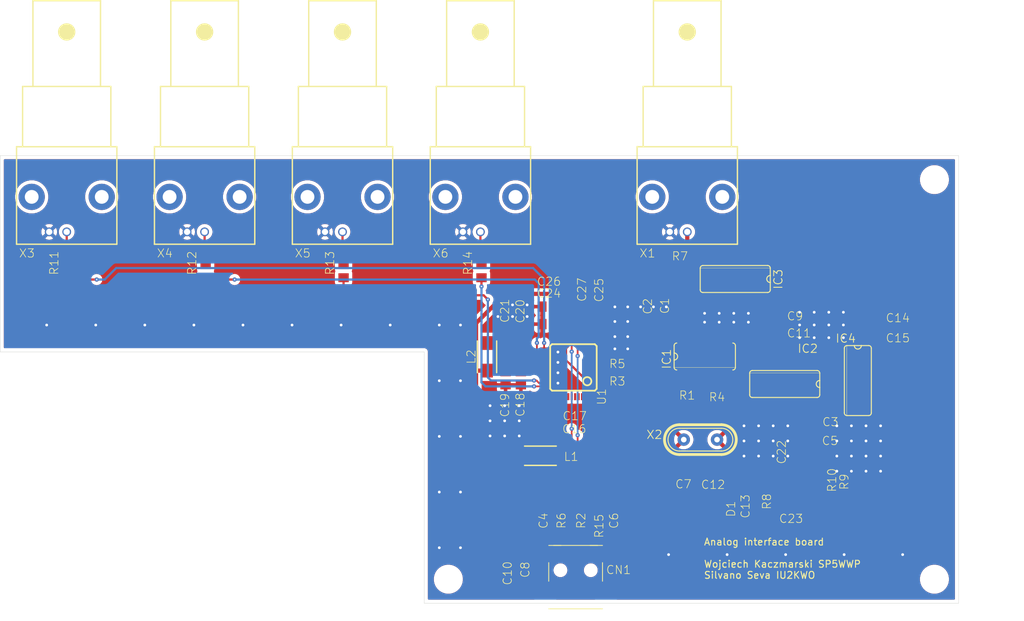
<source format=kicad_pcb>
(kicad_pcb (version 20171130) (host pcbnew 5.1.10)
  (layers (0 Top signal) (31 Bottom signal) (34 B.Paste user) (35 F.Paste user) (36 B.SilkS user) (37 F.SilkS user) (38 B.Mask user) (39 F.Mask user) (44 Edge.Cuts user))
  (net 0 "")
  (net 1 GND)
  (net 2 N$1)
  (net 3 +5V)
  (net 4 USB_DP)
  (net 5 USB_DM)
  (net 6 12M)
  (net 7 INP_A)
  (net 8 INP_B)
  (net 9 N$3)
  (net 10 N$4)
  (net 11 N$5)
  (net 12 N$6)
  (net 13 OUT_A)
  (net 14 OUT_B)
  (net 15 N$11)
  (net 16 N$13)
  (net 17 N$10)
  (net 18 N$8)
  (net 19 N$14)
  (net 20 N$17)
  (net 21 N$18)
  (net 22 V_TUNE)
  (net 23 N$19)
  (net 24 N$20)
  (net 25 N$21)
  (net 26 N$23)
  (net 27 N$26)
  (net 28 N$27)
  (net 29 N$7)
  (net 30 N$22)
  (net 31 DP)
  (net 32 N$2)
  (net 33 N$9)
  (module MountingHole:MountingHole_3.2mm_M3_ISO7380 (layer Top) (at 144 134)
    (fp_text reference " " (at 0 -3.85) (layer F.SilkS))
    (fp_text value MountingHole_3.2mm_M3_ISO7380)
    (pad 1 np_thru_hole circle (at 0 0) (size 3.2 3.2) (drill 3.2) (layers *.Cu *.Mask))
  )
  (module MountingHole:MountingHole_3.2mm_M3_ISO7380 (layer Top) (at 214.5 134)
    (fp_text reference " " (at 0 -3.85) (layer F.SilkS))
    (fp_text value MountingHole_3.2mm_M3_ISO7380)
    (pad 1 np_thru_hole circle (at 0 0) (size 3.2 3.2) (drill 3.2) (layers *.Cu *.Mask))
  )
  (module MountingHole:MountingHole_3.2mm_M3_ISO7380 (layer Top) (at 214.5 76)
    (fp_text reference " " (at -6 0.5) (layer F.SilkS))
    (fp_text value MountingHole_3.2mm_M3_ISO7380)
    (pad 1 np_thru_hole circle (at 0 0) (size 3.2 3.2) (drill 3.2) (layers *.Cu *.Mask))
  )
  (module SO16 (layer Top) (at 192.786 105.664 180)
    (fp_text reference IC2 (at -4.8895 5.842) (layer F.SilkS) (effects (font (size 1.2065 1.2065) (thickness 0.127)) (justify right top)))
    (fp_text value 74HCT4017D)
    (pad 9 smd rect (at 4.445 -3.0734 180) (size 0.6604 2.032) (layers Top F.Paste F.Mask))
    (pad 8 smd rect (at 4.445 3.0734 180) (size 0.6604 2.032) (layers Top F.Paste F.Mask) (net 1 GND))
    (pad 10 smd rect (at 3.175 -3.0734 180) (size 0.6604 2.032) (layers Top F.Paste F.Mask))
    (pad 11 smd rect (at 1.905 -3.0734 180) (size 0.6604 2.032) (layers Top F.Paste F.Mask))
    (pad 7 smd rect (at 3.175 3.0734 180) (size 0.6604 2.032) (layers Top F.Paste F.Mask))
    (pad 6 smd rect (at 1.905 3.0734 180) (size 0.6604 2.032) (layers Top F.Paste F.Mask))
    (pad 12 smd rect (at 0.635 -3.0734 180) (size 0.6604 2.032) (layers Top F.Paste F.Mask))
    (pad 5 smd rect (at 0.635 3.0734 180) (size 0.6604 2.032) (layers Top F.Paste F.Mask) (net 17 N$10))
    (pad 13 smd rect (at -0.635 -3.0734 180) (size 0.6604 2.032) (layers Top F.Paste F.Mask) (net 1 GND))
    (pad 4 smd rect (at -0.635 3.0734 180) (size 0.6604 2.032) (layers Top F.Paste F.Mask))
    (pad 14 smd rect (at -1.905 -3.0734 180) (size 0.6604 2.032) (layers Top F.Paste F.Mask) (net 23 N$19))
    (pad 15 smd rect (at -3.175 -3.0734 180) (size 0.6604 2.032) (layers Top F.Paste F.Mask) (net 17 N$10))
    (pad 3 smd rect (at -1.905 3.0734 180) (size 0.6604 2.032) (layers Top F.Paste F.Mask))
    (pad 2 smd rect (at -3.175 3.0734 180) (size 0.6604 2.032) (layers Top F.Paste F.Mask))
    (pad 16 smd rect (at -4.445 -3.0734 180) (size 0.6604 2.032) (layers Top F.Paste F.Mask) (net 3 +5V))
    (pad 1 smd rect (at -4.445 3.0734 180) (size 0.6604 2.032) (layers Top F.Paste F.Mask))
  )
  (module C0805 (layer Top) (at 205.5139 98.6411 180)
    (fp_text reference C15 (at -5.4966 0.3431 180) (layer F.SilkS) (effects (font (size 1.2065 1.2065) (thickness 0.1016)) (justify right top)))
    (fp_text value 100n)
    (pad 2 smd rect (at 0.95 0 180) (size 1.3 1.5) (layers Top F.Paste F.Mask) (net 1 GND))
    (pad 1 smd rect (at -0.95 0 180) (size 1.3 1.5) (layers Top F.Paste F.Mask) (net 3 +5V))
  )
  (module C0805 (layer Top) (at 205.5139 95.7836 180)
    (fp_text reference C14 (at -5.4966 0.4066 180) (layer F.SilkS) (effects (font (size 1.2065 1.2065) (thickness 0.1016)) (justify right top)))
    (fp_text value 1u/10V)
    (pad 2 smd rect (at 0.95 0 180) (size 1.3 1.5) (layers Top F.Paste F.Mask) (net 1 GND))
    (pad 1 smd rect (at -0.95 0 180) (size 1.3 1.5) (layers Top F.Paste F.Mask) (net 3 +5V))
  )
  (module C0805 (layer Top) (at 175.26 97.6502 90)
    (fp_text reference C1 (at 2.0827 -0.5715 270) (layer F.SilkS) (effects (font (size 1.2065 1.2065) (thickness 0.1016)) (justify left top)))
    (fp_text value 1u/10V)
    (pad 2 smd rect (at 0.95 0 90) (size 1.3 1.5) (layers Top F.Paste F.Mask) (net 1 GND))
    (pad 1 smd rect (at -0.95 0 90) (size 1.3 1.5) (layers Top F.Paste F.Mask) (net 3 +5V))
  )
  (module C1206 (layer Top) (at 152.7175 128.7145 270)
    (fp_text reference C10 (at 2.6035 -0.5715 90) (layer F.SilkS) (effects (font (size 1.2065 1.2065) (thickness 0.1016)) (justify right bottom)))
    (fp_text value 10u/10V)
    (pad 2 smd rect (at 1.4 0 270) (size 1.6 1.8) (layers Top F.Paste F.Mask) (net 1 GND))
    (pad 1 smd rect (at -1.4 0 270) (size 1.6 1.8) (layers Top F.Paste F.Mask) (net 3 +5V))
  )
  (module C0805 (layer Top) (at 191.0055 98.4351)
    (fp_text reference C11 (at 2.0345 0.5614) (layer F.SilkS) (effects (font (size 1.2065 1.2065) (thickness 0.1016)) (justify left bottom)))
    (fp_text value 100n)
    (pad 2 smd rect (at 0.95 0) (size 1.3 1.5) (layers Top F.Paste F.Mask) (net 1 GND))
    (pad 1 smd rect (at -0.95 0) (size 1.3 1.5) (layers Top F.Paste F.Mask) (net 3 +5V))
  )
  (module C0805 (layer Top) (at 183.0961 118.1836 180)
    (fp_text reference C12 (at -1.1174 -1.3869 180) (layer F.SilkS) (effects (font (size 1.2065 1.2065) (thickness 0.1016)) (justify right top)))
    (fp_text value 12p)
    (pad 2 smd rect (at 0.95 0 180) (size 1.3 1.5) (layers Top F.Paste F.Mask) (net 1 GND))
    (pad 1 smd rect (at -0.95 0 180) (size 1.3 1.5) (layers Top F.Paste F.Mask) (net 19 N$14))
  )
  (module C0805 (layer Top) (at 186.9061 119.4536 270)
    (fp_text reference C13 (at 2.1489 0.5336 270) (layer F.SilkS) (effects (font (size 1.2065 1.2065) (thickness 0.1016)) (justify right top)))
    (fp_text value 12p)
    (pad 2 smd rect (at 0.95 0 270) (size 1.3 1.5) (layers Top F.Paste F.Mask) (net 21 N$18))
    (pad 1 smd rect (at -0.95 0 270) (size 1.3 1.5) (layers Top F.Paste F.Mask) (net 19 N$14))
  )
  (module C0805 (layer Top) (at 158.4411 112.3315 180)
    (fp_text reference C16 (at -5.6429 -0.5715) (layer F.SilkS) (effects (font (size 1.2065 1.2065) (thickness 0.1016)) (justify right bottom)))
    (fp_text value 100n)
    (pad 2 smd rect (at 0.95 0 180) (size 1.3 1.5) (layers Top F.Paste F.Mask) (net 1 GND))
    (pad 1 smd rect (at -0.95 0 180) (size 1.3 1.5) (layers Top F.Paste F.Mask) (net 29 N$7))
  )
  (module C0805 (layer Top) (at 158.4411 110.0455 180)
    (fp_text reference C17 (at -5.7064 0.4445 180) (layer F.SilkS) (effects (font (size 1.2065 1.2065) (thickness 0.1016)) (justify right top)))
    (fp_text value 10u/10V)
    (pad 2 smd rect (at 0.95 0 180) (size 1.3 1.5) (layers Top F.Paste F.Mask) (net 1 GND))
    (pad 1 smd rect (at -0.95 0 180) (size 1.3 1.5) (layers Top F.Paste F.Mask) (net 29 N$7))
  )
  (module C0805 (layer Top) (at 154.5211 104.8486 90)
    (fp_text reference C18 (at -5.6414 0.6094 90) (layer F.SilkS) (effects (font (size 1.2065 1.2065) (thickness 0.1016)) (justify left bottom)))
    (fp_text value 100n)
    (pad 2 smd rect (at 0.95 0 90) (size 1.3 1.5) (layers Top F.Paste F.Mask) (net 15 N$11))
    (pad 1 smd rect (at -0.95 0 90) (size 1.3 1.5) (layers Top F.Paste F.Mask) (net 1 GND))
  )
  (module C0805 (layer Top) (at 152.2986 104.8486 90)
    (fp_text reference C19 (at -5.7049 0.6094 90) (layer F.SilkS) (effects (font (size 1.2065 1.2065) (thickness 0.1016)) (justify left bottom)))
    (fp_text value 22u/10V)
    (pad 2 smd rect (at 0.95 0 90) (size 1.3 1.5) (layers Top F.Paste F.Mask) (net 16 N$13))
    (pad 1 smd rect (at -0.95 0 90) (size 1.3 1.5) (layers Top F.Paste F.Mask) (net 1 GND))
  )
  (module C0805 (layer Top) (at 172.847 97.6502 90)
    (fp_text reference C2 (at 2.0192 -0.635 270) (layer F.SilkS) (effects (font (size 1.2065 1.2065) (thickness 0.1016)) (justify left top)))
    (fp_text value 100n)
    (pad 2 smd rect (at 0.95 0 90) (size 1.3 1.5) (layers Top F.Paste F.Mask) (net 1 GND))
    (pad 1 smd rect (at -0.95 0 90) (size 1.3 1.5) (layers Top F.Paste F.Mask) (net 3 +5V))
  )
  (module C0805 (layer Top) (at 154.5211 98.7681 270)
    (fp_text reference C20 (at -5.4866 -0.6094 90) (layer F.SilkS) (effects (font (size 1.2065 1.2065) (thickness 0.1016)) (justify right bottom)))
    (fp_text value 10u/10V)
    (pad 2 smd rect (at 0.95 0 270) (size 1.3 1.5) (layers Top F.Paste F.Mask) (net 30 N$22))
    (pad 1 smd rect (at -0.95 0 270) (size 1.3 1.5) (layers Top F.Paste F.Mask) (net 1 GND))
  )
  (module C0805 (layer Top) (at 152.2986 98.7681 270)
    (fp_text reference C21 (at -5.5501 -0.6094 90) (layer F.SilkS) (effects (font (size 1.2065 1.2065) (thickness 0.1016)) (justify right bottom)))
    (fp_text value 100n)
    (pad 2 smd rect (at 0.95 0 270) (size 1.3 1.5) (layers Top F.Paste F.Mask) (net 30 N$22))
    (pad 1 smd rect (at -0.95 0 270) (size 1.3 1.5) (layers Top F.Paste F.Mask) (net 1 GND))
  )
  (module C0805 (layer Top) (at 192.5854 119.4691 270)
    (fp_text reference C22 (at -5.7406 -0.4546 90) (layer F.SilkS) (effects (font (size 1.2065 1.2065) (thickness 0.1016)) (justify right bottom)))
    (fp_text value TBF)
    (pad 2 smd rect (at 0.95 0 270) (size 1.3 1.5) (layers Top F.Paste F.Mask) (net 1 GND))
    (pad 1 smd rect (at -0.95 0 270) (size 1.3 1.5) (layers Top F.Paste F.Mask) (net 22 V_TUNE))
  )
  (module C0805 (layer Top) (at 193.8554 123.2791)
    (fp_text reference C23 (at -1.9584 2.6414) (layer F.SilkS) (effects (font (size 1.2065 1.2065) (thickness 0.1016)) (justify left bottom)))
    (fp_text value TBF)
    (pad 2 smd rect (at 0.95 0) (size 1.3 1.5) (layers Top F.Paste F.Mask) (net 26 N$23))
    (pad 1 smd rect (at -0.95 0) (size 1.3 1.5) (layers Top F.Paste F.Mask) (net 1 GND))
  )
  (module C0805 (layer Top) (at 158.5339 96.9746)
    (fp_text reference C24 (at -1.7524 -3.7566) (layer F.SilkS) (effects (font (size 1.2065 1.2065) (thickness 0.1016)) (justify left bottom)))
    (fp_text value 100n)
    (pad 2 smd rect (at 0.95 0) (size 1.3 1.5) (layers Top F.Paste F.Mask) (net 3 +5V))
    (pad 1 smd rect (at -0.95 0) (size 1.3 1.5) (layers Top F.Paste F.Mask) (net 1 GND))
  )
  (module C0805 (layer Top) (at 165.9356 96.0499 90)
    (fp_text reference C25 (at 2.1969 0.6249 90) (layer F.SilkS) (effects (font (size 1.2065 1.2065) (thickness 0.1016)) (justify left bottom)))
    (fp_text value 100n)
    (pad 2 smd rect (at 0.95 0 90) (size 1.3 1.5) (layers Top F.Paste F.Mask) (net 1 GND))
    (pad 1 smd rect (at -0.95 0 90) (size 1.3 1.5) (layers Top F.Paste F.Mask) (net 28 N$27))
  )
  (module C0805 (layer Top) (at 158.5339 94.4346)
    (fp_text reference C26 (at -1.7524 -2.9311) (layer F.SilkS) (effects (font (size 1.2065 1.2065) (thickness 0.1016)) (justify left bottom)))
    (fp_text value 22u/10V)
    (pad 2 smd rect (at 0.95 0) (size 1.3 1.5) (layers Top F.Paste F.Mask) (net 3 +5V))
    (pad 1 smd rect (at -0.95 0) (size 1.3 1.5) (layers Top F.Paste F.Mask) (net 1 GND))
  )
  (module C0805 (layer Top) (at 163.3956 96.0499 90)
    (fp_text reference C27 (at 2.2604 0.6884 90) (layer F.SilkS) (effects (font (size 1.2065 1.2065) (thickness 0.1016)) (justify left bottom)))
    (fp_text value 22u/10V)
    (pad 2 smd rect (at 0.95 0 90) (size 1.3 1.5) (layers Top F.Paste F.Mask) (net 1 GND))
    (pad 1 smd rect (at -0.95 0 90) (size 1.3 1.5) (layers Top F.Paste F.Mask) (net 28 N$27))
  )
  (module C0805 (layer Top) (at 196.281 111.3054 180)
    (fp_text reference C3 (at -4.379 -0.5816) (layer F.SilkS) (effects (font (size 1.2065 1.2065) (thickness 0.1016)) (justify right bottom)))
    (fp_text value 1u/10V)
    (pad 2 smd rect (at 0.95 0 180) (size 1.3 1.5) (layers Top F.Paste F.Mask) (net 1 GND))
    (pad 1 smd rect (at -0.95 0 180) (size 1.3 1.5) (layers Top F.Paste F.Mask) (net 3 +5V))
  )
  (module C0805 (layer Top) (at 158.0136 122.3111 90)
    (fp_text reference C4 (at -4.4349 0.4824 90) (layer F.SilkS) (effects (font (size 1.2065 1.2065) (thickness 0.1016)) (justify left bottom)))
    (fp_text value 100p)
    (pad 2 smd rect (at 0.95 0 90) (size 1.3 1.5) (layers Top F.Paste F.Mask) (net 1 GND))
    (pad 1 smd rect (at -0.95 0 90) (size 1.3 1.5) (layers Top F.Paste F.Mask) (net 2 N$1))
  )
  (module C0805 (layer Top) (at 196.281 113.8454 180)
    (fp_text reference C5 (at -4.3155 -0.7721) (layer F.SilkS) (effects (font (size 1.2065 1.2065) (thickness 0.1016)) (justify right bottom)))
    (fp_text value 100n)
    (pad 2 smd rect (at 0.95 0 180) (size 1.3 1.5) (layers Top F.Paste F.Mask) (net 1 GND))
    (pad 1 smd rect (at -0.95 0 180) (size 1.3 1.5) (layers Top F.Paste F.Mask) (net 3 +5V))
  )
  (module C0805 (layer Top) (at 168.0845 122.3111 90)
    (fp_text reference C6 (at -4.4349 0.635 90) (layer F.SilkS) (effects (font (size 1.2065 1.2065) (thickness 0.1016)) (justify left bottom)))
    (fp_text value 100p)
    (pad 2 smd rect (at 0.95 0 90) (size 1.3 1.5) (layers Top F.Paste F.Mask) (net 1 GND))
    (pad 1 smd rect (at -0.95 0 90) (size 1.3 1.5) (layers Top F.Paste F.Mask) (net 31 DP))
  )
  (module C0805 (layer Top) (at 178.0161 118.1836)
    (fp_text reference C7 (at -1.1686 2.7204) (layer F.SilkS) (effects (font (size 1.2065 1.2065) (thickness 0.1016)) (justify left bottom)))
    (fp_text value 18p)
    (pad 2 smd rect (at 0.95 0) (size 1.3 1.5) (layers Top F.Paste F.Mask) (net 1 GND))
    (pad 1 smd rect (at -0.95 0) (size 1.3 1.5) (layers Top F.Paste F.Mask) (net 18 N$8))
  )
  (module C1206 (layer Top) (at 155.067 128.7145 270)
    (fp_text reference C8 (at 2.667 0.635 270) (layer F.SilkS) (effects (font (size 1.2065 1.2065) (thickness 0.1016)) (justify right top)))
    (fp_text value 10u/10V)
    (pad 2 smd rect (at 1.4 0 270) (size 1.6 1.8) (layers Top F.Paste F.Mask) (net 1 GND))
    (pad 1 smd rect (at -1.4 0 270) (size 1.6 1.8) (layers Top F.Paste F.Mask) (net 3 +5V))
  )
  (module C0805 (layer Top) (at 191.0055 95.8951)
    (fp_text reference C9 (at 2.0345 0.6249) (layer F.SilkS) (effects (font (size 1.2065 1.2065) (thickness 0.1016)) (justify left bottom)))
    (fp_text value 1u/10V)
    (pad 2 smd rect (at 0.95 0) (size 1.3 1.5) (layers Top F.Paste F.Mask) (net 1 GND))
    (pad 1 smd rect (at -0.95 0) (size 1.3 1.5) (layers Top F.Paste F.Mask) (net 3 +5V))
  )
  (module USB-MINIB (layer Top) (at 162.4586 133.6936)
    (fp_text reference CN1 (at 4.3559 -0.3436) (layer F.SilkS) (effects (font (size 1.2065 1.2065) (thickness 0.1016)) (justify left bottom)))
    (fp_text value "")
    (pad "" np_thru_hole circle (at 2.2 -1) (size 1 1) (drill 1) (layers *.Cu *.Mask))
    (pad "" np_thru_hole circle (at -2.2 -1) (size 1 1) (drill 1) (layers *.Cu *.Mask))
    (pad GND4 smd rect (at 4.4 2) (size 2 2.4) (layers Top F.Paste F.Mask) (net 1 GND))
    (pad GND3 smd rect (at 4.4 -3.5) (size 2 2.4) (layers Top F.Paste F.Mask) (net 1 GND))
    (pad GND1 smd rect (at -4.4 2) (size 2 2.4) (layers Top F.Paste F.Mask) (net 1 GND))
    (pad GND smd rect (at 1.6 -4.064 180) (size 0.5 2.308) (layers Top F.Paste F.Mask) (net 1 GND))
    (pad ID smd rect (at 0.8 -4.064 180) (size 0.5 2.308) (layers Top F.Paste F.Mask))
    (pad D+ smd rect (at 0 -4.064 180) (size 0.5 2.308) (layers Top F.Paste F.Mask) (net 31 DP))
    (pad D- smd rect (at -0.8 -4.064 180) (size 0.5 2.308) (layers Top F.Paste F.Mask) (net 2 N$1))
    (pad VBUS smd rect (at -1.6 -4.064 180) (size 0.5 2.308) (layers Top F.Paste F.Mask) (net 3 +5V))
    (pad GND2 smd rect (at -4.4 -3.5) (size 2 2.4) (layers Top F.Paste F.Mask) (net 1 GND))
  )
  (module SOD523 (layer Top) (at 184.8485 121.0036 270)
    (fp_text reference D1 (at 1.5514 0.5715 270) (layer F.SilkS) (effects (font (size 1.2065 1.2065) (thickness 0.1016)) (justify right top)))
    (fp_text value BB181)
    (pad C smd rect (at -0.6 0 270) (size 0.7 0.5) (layers Top F.Paste F.Mask) (net 21 N$18))
    (pad A smd rect (at 0.7 0 270) (size 0.7 0.5) (layers Top F.Paste F.Mask) (net 1 GND))
  )
  (module SO14 (layer Top) (at 181.1911 101.6736)
    (fp_text reference IC1 (at -4.826 1.905 90) (layer F.SilkS) (effects (font (size 1.2065 1.2065) (thickness 0.127)) (justify left bottom)))
    (fp_text value 74HCT04D)
    (pad 8 smd rect (at 3.81 -3.0734) (size 0.6604 2.032) (layers Top F.Paste F.Mask))
    (pad 7 smd rect (at 3.81 3.0734) (size 0.6604 2.032) (layers Top F.Paste F.Mask) (net 1 GND))
    (pad 9 smd rect (at 2.54 -3.0734) (size 0.6604 2.032) (layers Top F.Paste F.Mask) (net 1 GND))
    (pad 10 smd rect (at 1.27 -3.0734) (size 0.6604 2.032) (layers Top F.Paste F.Mask))
    (pad 6 smd rect (at 2.54 3.0734) (size 0.6604 2.032) (layers Top F.Paste F.Mask) (net 27 N$26))
    (pad 5 smd rect (at 1.27 3.0734) (size 0.6604 2.032) (layers Top F.Paste F.Mask) (net 23 N$19))
    (pad 11 smd rect (at 0 -3.0734) (size 0.6604 2.032) (layers Top F.Paste F.Mask) (net 1 GND))
    (pad 4 smd rect (at 0 3.0734) (size 0.6604 2.032) (layers Top F.Paste F.Mask) (net 23 N$19))
    (pad 12 smd rect (at -1.27 -3.0734) (size 0.6604 2.032) (layers Top F.Paste F.Mask) (net 24 N$20))
    (pad 13 smd rect (at -2.54 -3.0734) (size 0.6604 2.032) (layers Top F.Paste F.Mask) (net 33 N$9))
    (pad 3 smd rect (at -1.27 3.0734) (size 0.6604 2.032) (layers Top F.Paste F.Mask) (net 20 N$17))
    (pad 2 smd rect (at -2.54 3.0734) (size 0.6604 2.032) (layers Top F.Paste F.Mask) (net 20 N$17))
    (pad 14 smd rect (at -3.81 -3.0734) (size 0.6604 2.032) (layers Top F.Paste F.Mask) (net 3 +5V))
    (pad 1 smd rect (at -3.81 3.0734) (size 0.6604 2.032) (layers Top F.Paste F.Mask) (net 18 N$8))
  )
  (module SO16 (layer Top) (at 185.6105 90.424 180)
    (fp_text reference IC3 (at -5.5245 1.524 270) (layer F.SilkS) (effects (font (size 1.2065 1.2065) (thickness 0.127)) (justify right top)))
    (fp_text value 74HCT4017D)
    (pad 9 smd rect (at 4.445 -3.0734 180) (size 0.6604 2.032) (layers Top F.Paste F.Mask))
    (pad 8 smd rect (at 4.445 3.0734 180) (size 0.6604 2.032) (layers Top F.Paste F.Mask) (net 1 GND))
    (pad 10 smd rect (at 3.175 -3.0734 180) (size 0.6604 2.032) (layers Top F.Paste F.Mask))
    (pad 11 smd rect (at 1.905 -3.0734 180) (size 0.6604 2.032) (layers Top F.Paste F.Mask))
    (pad 7 smd rect (at 3.175 3.0734 180) (size 0.6604 2.032) (layers Top F.Paste F.Mask))
    (pad 6 smd rect (at 1.905 3.0734 180) (size 0.6604 2.032) (layers Top F.Paste F.Mask))
    (pad 12 smd rect (at 0.635 -3.0734 180) (size 0.6604 2.032) (layers Top F.Paste F.Mask))
    (pad 5 smd rect (at 0.635 3.0734 180) (size 0.6604 2.032) (layers Top F.Paste F.Mask))
    (pad 13 smd rect (at -0.635 -3.0734 180) (size 0.6604 2.032) (layers Top F.Paste F.Mask) (net 1 GND))
    (pad 4 smd rect (at -0.635 3.0734 180) (size 0.6604 2.032) (layers Top F.Paste F.Mask))
    (pad 14 smd rect (at -1.905 -3.0734 180) (size 0.6604 2.032) (layers Top F.Paste F.Mask) (net 24 N$20))
    (pad 15 smd rect (at -3.175 -3.0734 180) (size 0.6604 2.032) (layers Top F.Paste F.Mask) (net 32 N$2))
    (pad 3 smd rect (at -1.905 3.0734 180) (size 0.6604 2.032) (layers Top F.Paste F.Mask))
    (pad 2 smd rect (at -3.175 3.0734 180) (size 0.6604 2.032) (layers Top F.Paste F.Mask))
    (pad 16 smd rect (at -4.445 -3.0734 180) (size 0.6604 2.032) (layers Top F.Paste F.Mask) (net 3 +5V))
    (pad 1 smd rect (at -4.445 3.0734 180) (size 0.6604 2.032) (layers Top F.Paste F.Mask) (net 32 N$2))
  )
  (module SO16 (layer Top) (at 203.3905 105.1661 270)
    (fp_text reference IC4 (at -5.4076 3.302) (layer F.SilkS) (effects (font (size 1.2065 1.2065) (thickness 0.127)) (justify left bottom)))
    (fp_text value 74HCT4046D)
    (pad 9 smd rect (at 4.445 -3.0734 270) (size 0.6604 2.032) (layers Top F.Paste F.Mask) (net 1 GND))
    (pad 8 smd rect (at 4.445 3.0734 270) (size 0.6604 2.032) (layers Top F.Paste F.Mask) (net 1 GND))
    (pad 10 smd rect (at 3.175 -3.0734 270) (size 0.6604 2.032) (layers Top F.Paste F.Mask))
    (pad 11 smd rect (at 1.905 -3.0734 270) (size 0.6604 2.032) (layers Top F.Paste F.Mask))
    (pad 7 smd rect (at 3.175 3.0734 270) (size 0.6604 2.032) (layers Top F.Paste F.Mask))
    (pad 6 smd rect (at 1.905 3.0734 270) (size 0.6604 2.032) (layers Top F.Paste F.Mask))
    (pad 12 smd rect (at 0.635 -3.0734 270) (size 0.6604 2.032) (layers Top F.Paste F.Mask))
    (pad 5 smd rect (at 0.635 3.0734 270) (size 0.6604 2.032) (layers Top F.Paste F.Mask) (net 3 +5V))
    (pad 13 smd rect (at -0.635 -3.0734 270) (size 0.6604 2.032) (layers Top F.Paste F.Mask) (net 25 N$21))
    (pad 4 smd rect (at -0.635 3.0734 270) (size 0.6604 2.032) (layers Top F.Paste F.Mask))
    (pad 14 smd rect (at -1.905 -3.0734 270) (size 0.6604 2.032) (layers Top F.Paste F.Mask) (net 32 N$2))
    (pad 15 smd rect (at -3.175 -3.0734 270) (size 0.6604 2.032) (layers Top F.Paste F.Mask))
    (pad 3 smd rect (at -1.905 3.0734 270) (size 0.6604 2.032) (layers Top F.Paste F.Mask) (net 17 N$10))
    (pad 2 smd rect (at -3.175 3.0734 270) (size 0.6604 2.032) (layers Top F.Paste F.Mask))
    (pad 16 smd rect (at -4.445 -3.0734 270) (size 0.6604 2.032) (layers Top F.Paste F.Mask) (net 3 +5V))
    (pad 1 smd rect (at -4.445 3.0734 270) (size 0.6604 2.032) (layers Top F.Paste F.Mask))
  )
  (module SM-B5 (layer Top) (at 157.353 116.078 180)
    (fp_text reference L1 (at -5.588 0.5715 180) (layer F.SilkS) (effects (font (size 1.2065 1.2065) (thickness 0.1016)) (justify right top)))
    (fp_text value BEAD)
    (pad 2 smd rect (at 2 0 180) (size 2 1.7) (layers Top F.Paste F.Mask) (net 3 +5V))
    (pad 1 smd rect (at -2 0 180) (size 2 1.7) (layers Top F.Paste F.Mask) (net 29 N$7))
  )
  (module SM-B5 (layer Top) (at 149.606 101.7181 270)
    (fp_text reference L2 (at -1.1341 2.9845 270) (layer F.SilkS) (effects (font (size 1.2065 1.2065) (thickness 0.1016)) (justify right top)))
    (fp_text value BEAD)
    (pad 2 smd rect (at 2 0 270) (size 2 1.7) (layers Top F.Paste F.Mask) (net 3 +5V))
    (pad 1 smd rect (at -2 0 270) (size 2 1.7) (layers Top F.Paste F.Mask) (net 30 N$22))
  )
  (module R0805 (layer Top) (at 178.0161 109.2936)
    (fp_text reference R1 (at -0.635 -1.27) (layer F.SilkS) (effects (font (size 1.2065 1.2065) (thickness 0.1016)) (justify left bottom)))
    (fp_text value 1M)
    (pad 2 smd rect (at 0.95 0) (size 1.3 1.5) (layers Top F.Paste F.Mask) (net 20 N$17))
    (pad 1 smd rect (at -0.95 0) (size 1.3 1.5) (layers Top F.Paste F.Mask) (net 18 N$8))
  )
  (module R0805 (layer Top) (at 195.1254 119.4691 270)
    (fp_text reference R10 (at -1.6766 -5.2171 90) (layer F.SilkS) (effects (font (size 1.2065 1.2065) (thickness 0.1016)) (justify right bottom)))
    (fp_text value TBF)
    (pad 2 smd rect (at 0.95 0 270) (size 1.3 1.5) (layers Top F.Paste F.Mask) (net 26 N$23))
    (pad 1 smd rect (at -0.95 0 270) (size 1.3 1.5) (layers Top F.Paste F.Mask) (net 22 V_TUNE))
  )
  (module R0805 (layer Top) (at 88.8011 89.2911 90)
    (fp_text reference R11 (at -0.635 -1.27 90) (layer F.SilkS) (effects (font (size 1.2065 1.2065) (thickness 0.1016)) (justify left bottom)))
    (fp_text value 1k)
    (pad 2 smd rect (at 0.95 0 90) (size 1.3 1.5) (layers Top F.Paste F.Mask) (net 12 N$6))
    (pad 1 smd rect (at -0.95 0 90) (size 1.3 1.5) (layers Top F.Paste F.Mask) (net 7 INP_A))
  )
  (module R0805 (layer Top) (at 108.7986 89.2911 90)
    (fp_text reference R12 (at -0.635 -1.27 90) (layer F.SilkS) (effects (font (size 1.2065 1.2065) (thickness 0.1016)) (justify left bottom)))
    (fp_text value 1k)
    (pad 2 smd rect (at 0.95 0 90) (size 1.3 1.5) (layers Top F.Paste F.Mask) (net 11 N$5))
    (pad 1 smd rect (at -0.95 0 90) (size 1.3 1.5) (layers Top F.Paste F.Mask) (net 8 INP_B))
  )
  (module R0805 (layer Top) (at 128.8036 89.2911 90)
    (fp_text reference R13 (at -0.635 -1.27 90) (layer F.SilkS) (effects (font (size 1.2065 1.2065) (thickness 0.1016)) (justify left bottom)))
    (fp_text value 47R)
    (pad 2 smd rect (at 0.95 0 90) (size 1.3 1.5) (layers Top F.Paste F.Mask) (net 9 N$3))
    (pad 1 smd rect (at -0.95 0 90) (size 1.3 1.5) (layers Top F.Paste F.Mask) (net 13 OUT_A))
  )
  (module R0805 (layer Top) (at 148.8061 89.2911 90)
    (fp_text reference R14 (at -0.635 -1.27 90) (layer F.SilkS) (effects (font (size 1.2065 1.2065) (thickness 0.1016)) (justify left bottom)))
    (fp_text value 47R)
    (pad 2 smd rect (at 0.95 0 90) (size 1.3 1.5) (layers Top F.Paste F.Mask) (net 10 N$4))
    (pad 1 smd rect (at -0.95 0 90) (size 1.3 1.5) (layers Top F.Paste F.Mask) (net 14 OUT_B))
  )
  (module R0805 (layer Top) (at 165.735 122.3111 270)
    (fp_text reference R15 (at 2.1489 0.5715 270) (layer F.SilkS) (effects (font (size 1.2065 1.2065) (thickness 0.1016)) (justify right top)))
    (fp_text value 1.5k)
    (pad 2 smd rect (at 0.95 0 270) (size 1.3 1.5) (layers Top F.Paste F.Mask) (net 31 DP))
    (pad 1 smd rect (at -0.95 0 270) (size 1.3 1.5) (layers Top F.Paste F.Mask) (net 28 N$27))
  )
  (module R0805 (layer Top) (at 163.4111 122.3111 90)
    (fp_text reference R2 (at -4.4349 0.5459 90) (layer F.SilkS) (effects (font (size 1.2065 1.2065) (thickness 0.1016)) (justify left bottom)))
    (fp_text value 22R)
    (pad 2 smd rect (at 0.95 0 90) (size 1.3 1.5) (layers Top F.Paste F.Mask) (net 4 USB_DP))
    (pad 1 smd rect (at -0.95 0 90) (size 1.3 1.5) (layers Top F.Paste F.Mask) (net 31 DP))
  )
  (module R0805 (layer Top) (at 171.6661 105.4836)
    (fp_text reference R3 (at -4.4071 0.4979) (layer F.SilkS) (effects (font (size 1.2065 1.2065) (thickness 0.1016)) (justify left bottom)))
    (fp_text value 22k)
    (pad 2 smd rect (at 0.95 0) (size 1.3 1.5) (layers Top F.Paste F.Mask) (net 1 GND))
    (pad 1 smd rect (at -0.95 0) (size 1.3 1.5) (layers Top F.Paste F.Mask) (net 6 12M))
  )
  (module R0805 (layer Top) (at 183.0961 109.2936 180)
    (fp_text reference R4 (at -1.1174 2.4231 180) (layer F.SilkS) (effects (font (size 1.2065 1.2065) (thickness 0.1016)) (justify right top)))
    (fp_text value 1.2k)
    (pad 2 smd rect (at 0.95 0 180) (size 1.3 1.5) (layers Top F.Paste F.Mask) (net 20 N$17))
    (pad 1 smd rect (at -0.95 0 180) (size 1.3 1.5) (layers Top F.Paste F.Mask) (net 19 N$14))
  )
  (module R0805 (layer Top) (at 171.6661 102.9436)
    (fp_text reference R5 (at -4.4071 0.4979) (layer F.SilkS) (effects (font (size 1.2065 1.2065) (thickness 0.1016)) (justify left bottom)))
    (fp_text value 10k)
    (pad 2 smd rect (at 0.95 0) (size 1.3 1.5) (layers Top F.Paste F.Mask) (net 27 N$26))
    (pad 1 smd rect (at -0.95 0) (size 1.3 1.5) (layers Top F.Paste F.Mask) (net 6 12M))
  )
  (module R0805 (layer Top) (at 160.5536 122.3111 90)
    (fp_text reference R6 (at -4.4349 0.5459 90) (layer F.SilkS) (effects (font (size 1.2065 1.2065) (thickness 0.1016)) (justify left bottom)))
    (fp_text value 22R)
    (pad 2 smd rect (at 0.95 0 90) (size 1.3 1.5) (layers Top F.Paste F.Mask) (net 5 USB_DM))
    (pad 1 smd rect (at -0.95 0 90) (size 1.3 1.5) (layers Top F.Paste F.Mask) (net 2 N$1))
  )
  (module R0805 (layer Top) (at 177.6986 89.0211)
    (fp_text reference R7 (at -1.3591 -1.2006) (layer F.SilkS) (effects (font (size 1.2065 1.2065) (thickness 0.1016)) (justify left bottom)))
    (fp_text value 47R)
    (pad 2 smd rect (at 0.95 0) (size 1.3 1.5) (layers Top F.Paste F.Mask) (net 33 N$9))
    (pad 1 smd rect (at -0.95 0) (size 1.3 1.5) (layers Top F.Paste F.Mask) (net 1 GND))
  )
  (module R0805 (layer Top) (at 190.0811 119.4536 270)
    (fp_text reference R8 (at 2.0219 0.5971 270) (layer F.SilkS) (effects (font (size 1.2065 1.2065) (thickness 0.1016)) (justify right top)))
    (fp_text value 100k)
    (pad 2 smd rect (at 0.95 0 270) (size 1.3 1.5) (layers Top F.Paste F.Mask) (net 21 N$18))
    (pad 1 smd rect (at -0.95 0 270) (size 1.3 1.5) (layers Top F.Paste F.Mask) (net 22 V_TUNE))
  )
  (module R0805 (layer Top) (at 197.6654 119.4691 270)
    (fp_text reference R9 (at -0.8511 -4.4551 90) (layer F.SilkS) (effects (font (size 1.2065 1.2065) (thickness 0.1016)) (justify right bottom)))
    (fp_text value TBF)
    (pad 2 smd rect (at 0.95 0 270) (size 1.3 1.5) (layers Top F.Paste F.Mask) (net 25 N$21))
    (pad 1 smd rect (at -0.95 0 270) (size 1.3 1.5) (layers Top F.Paste F.Mask) (net 22 V_TUNE))
  )
  (module LQFP-48 (layer Top) (at 162.1411 103.2611 90)
    (fp_text reference U1 (at -5.5144 4.8004 90) (layer F.SilkS) (effects (font (size 1.2065 1.2065) (thickness 0.1016)) (justify left bottom)))
    (fp_text value "")
    (pad 48 smd rect (at -4.25 2.75 90) (size 1.016 0.3175) (layers Top F.Paste F.Mask))
    (pad 47 smd rect (at -4.25 2.25 90) (size 1.016 0.3175) (layers Top F.Paste F.Mask))
    (pad 46 smd rect (at -4.25 1.75 90) (size 1.016 0.3175) (layers Top F.Paste F.Mask))
    (pad 45 smd rect (at -4.25 1.25 90) (size 1.016 0.3175) (layers Top F.Paste F.Mask))
    (pad 44 smd rect (at -4.25 0.75 90) (size 1.016 0.3175) (layers Top F.Paste F.Mask))
    (pad 43 smd rect (at -4.25 0.25 90) (size 1.016 0.3175) (layers Top F.Paste F.Mask))
    (pad 42 smd rect (at -4.25 -0.25 90) (size 1.016 0.3175) (layers Top F.Paste F.Mask) (net 1 GND))
    (pad 41 smd rect (at -4.25 -0.75 90) (size 1.016 0.3175) (layers Top F.Paste F.Mask))
    (pad 40 smd rect (at -4.25 -1.25 90) (size 1.016 0.3175) (layers Top F.Paste F.Mask))
    (pad 39 smd rect (at -4.25 -1.75 90) (size 1.016 0.3175) (layers Top F.Paste F.Mask))
    (pad 38 smd rect (at -4.25 -2.25 90) (size 1.016 0.3175) (layers Top F.Paste F.Mask))
    (pad 37 smd rect (at -4.25 -2.75 90) (size 1.016 0.3175) (layers Top F.Paste F.Mask) (net 29 N$7))
    (pad 36 smd rect (at -2.75 -4.25 90) (size 0.3175 1.016) (layers Top F.Paste F.Mask) (net 14 OUT_B))
    (pad 35 smd rect (at -2.25 -4.25 90) (size 0.3175 1.016) (layers Top F.Paste F.Mask) (net 13 OUT_A))
    (pad 34 smd rect (at -1.75 -4.25 90) (size 0.3175 1.016) (layers Top F.Paste F.Mask))
    (pad 33 smd rect (at -1.25 -4.25 90) (size 0.3175 1.016) (layers Top F.Paste F.Mask))
    (pad 32 smd rect (at -0.75 -4.25 90) (size 0.3175 1.016) (layers Top F.Paste F.Mask))
    (pad 31 smd rect (at -0.25 -4.25 90) (size 0.3175 1.016) (layers Top F.Paste F.Mask))
    (pad 30 smd rect (at 0.25 -4.25 90) (size 0.3175 1.016) (layers Top F.Paste F.Mask) (net 1 GND))
    (pad 29 smd rect (at 0.75 -4.25 90) (size 0.3175 1.016) (layers Top F.Paste F.Mask) (net 15 N$11))
    (pad 28 smd rect (at 1.25 -4.25 90) (size 0.3175 1.016) (layers Top F.Paste F.Mask) (net 16 N$13))
    (pad 27 smd rect (at 1.75 -4.25 90) (size 0.3175 1.016) (layers Top F.Paste F.Mask) (net 30 N$22))
    (pad 26 smd rect (at 2.25 -4.25 90) (size 0.3175 1.016) (layers Top F.Paste F.Mask) (net 8 INP_B))
    (pad 25 smd rect (at 2.75 -4.25 90) (size 0.3175 1.016) (layers Top F.Paste F.Mask) (net 7 INP_A))
    (pad 24 smd rect (at 4.25 -2.75 90) (size 1.016 0.3175) (layers Top F.Paste F.Mask))
    (pad 23 smd rect (at 4.25 -2.25 90) (size 1.016 0.3175) (layers Top F.Paste F.Mask))
    (pad 22 smd rect (at 4.25 -1.75 90) (size 1.016 0.3175) (layers Top F.Paste F.Mask) (net 1 GND))
    (pad 21 smd rect (at 4.25 -1.25 90) (size 1.016 0.3175) (layers Top F.Paste F.Mask) (net 3 +5V))
    (pad 20 smd rect (at 4.25 -0.75 90) (size 1.016 0.3175) (layers Top F.Paste F.Mask) (net 28 N$27))
    (pad 19 smd rect (at 4.25 -0.25 90) (size 1.016 0.3175) (layers Top F.Paste F.Mask) (net 5 USB_DM))
    (pad 18 smd rect (at 4.25 0.25 90) (size 1.016 0.3175) (layers Top F.Paste F.Mask) (net 4 USB_DP))
    (pad 17 smd rect (at 4.25 0.75 90) (size 1.016 0.3175) (layers Top F.Paste F.Mask))
    (pad 16 smd rect (at 4.25 1.25 90) (size 1.016 0.3175) (layers Top F.Paste F.Mask))
    (pad 15 smd rect (at 4.25 1.75 90) (size 1.016 0.3175) (layers Top F.Paste F.Mask))
    (pad 14 smd rect (at 4.25 2.25 90) (size 1.016 0.3175) (layers Top F.Paste F.Mask))
    (pad 13 smd rect (at 4.25 2.75 90) (size 1.016 0.3175) (layers Top F.Paste F.Mask))
    (pad 12 smd rect (at 2.75 4.25 90) (size 0.3175 1.016) (layers Top F.Paste F.Mask))
    (pad 11 smd rect (at 2.25 4.25 90) (size 0.3175 1.016) (layers Top F.Paste F.Mask))
    (pad 10 smd rect (at 1.75 4.25 90) (size 0.3175 1.016) (layers Top F.Paste F.Mask))
    (pad 9 smd rect (at 1.25 4.25 90) (size 0.3175 1.016) (layers Top F.Paste F.Mask))
    (pad 8 smd rect (at 0.75 4.25 90) (size 0.3175 1.016) (layers Top F.Paste F.Mask))
    (pad 7 smd rect (at 0.25 4.25 90) (size 0.3175 1.016) (layers Top F.Paste F.Mask) (net 1 GND))
    (pad 6 smd rect (at -0.25 4.25 90) (size 0.3175 1.016) (layers Top F.Paste F.Mask))
    (pad 5 smd rect (at -0.75 4.25 90) (size 0.3175 1.016) (layers Top F.Paste F.Mask))
    (pad 4 smd rect (at -1.25 4.25 90) (size 0.3175 1.016) (layers Top F.Paste F.Mask) (net 1 GND))
    (pad 3 smd rect (at -1.75 4.25 90) (size 0.3175 1.016) (layers Top F.Paste F.Mask))
    (pad 2 smd rect (at -2.25 4.25 90) (size 0.3175 1.016) (layers Top F.Paste F.Mask) (net 6 12M))
    (pad 1 smd rect (at -2.75 4.25 90) (size 0.3175 1.016) (layers Top F.Paste F.Mask))
  )
  (module AMP_227161 (layer Top) (at 178.6511 78.5036)
    (fp_text reference X1 (at -6.985 8.89) (layer F.SilkS) (effects (font (size 1.2065 1.2065) (thickness 0.1016)) (justify left bottom)))
    (fp_text value 10M_REF)
    (pad P$2 thru_hole circle (at 5.08 0) (size 3.81 3.81) (drill 2) (layers *.Cu *.Mask))
    (pad P$1 thru_hole circle (at -5.08 0) (size 3.81 3.81) (drill 2) (layers *.Cu *.Mask))
    (pad 2 thru_hole circle (at -2.54 5.08) (size 1.27 1.27) (drill 0.9) (layers *.Cu *.Mask) (net 1 GND))
    (pad 1 thru_hole circle (at 0 5.08) (size 1.27 1.27) (drill 0.9) (layers *.Cu *.Mask) (net 33 N$9))
  )
  (module HC49 (layer Top) (at 180.5561 113.7386)
    (fp_text reference X2 (at -7.8996 -0.0101) (layer F.SilkS) (effects (font (size 1.2065 1.2065) (thickness 0.127)) (justify left bottom)))
    (fp_text value 12MHz)
    (pad 2 thru_hole circle (at 2.413 0) (size 1.8 1.8) (drill 0.8128) (layers *.Cu *.Mask) (net 19 N$14))
    (pad 1 thru_hole circle (at -2.413 0) (size 1.8 1.8) (drill 0.8128) (layers *.Cu *.Mask) (net 18 N$8))
  )
  (module AMP_227161 (layer Top) (at 88.6511 78.5036)
    (fp_text reference X3 (at -6.985 8.89) (layer F.SilkS) (effects (font (size 1.2065 1.2065) (thickness 0.1016)) (justify left bottom)))
    (fp_text value INP_A)
    (pad P$2 thru_hole circle (at 5.08 0) (size 3.81 3.81) (drill 2) (layers *.Cu *.Mask))
    (pad P$1 thru_hole circle (at -5.08 0) (size 3.81 3.81) (drill 2) (layers *.Cu *.Mask))
    (pad 2 thru_hole circle (at -2.54 5.08) (size 1.27 1.27) (drill 0.9) (layers *.Cu *.Mask) (net 1 GND))
    (pad 1 thru_hole circle (at 0 5.08) (size 1.27 1.27) (drill 0.9) (layers *.Cu *.Mask) (net 12 N$6))
  )
  (module AMP_227161 (layer Top) (at 108.6511 78.5036)
    (fp_text reference X4 (at -6.985 8.89) (layer F.SilkS) (effects (font (size 1.2065 1.2065) (thickness 0.1016)) (justify left bottom)))
    (fp_text value INP_B)
    (pad P$2 thru_hole circle (at 5.08 0) (size 3.81 3.81) (drill 2) (layers *.Cu *.Mask))
    (pad P$1 thru_hole circle (at -5.08 0) (size 3.81 3.81) (drill 2) (layers *.Cu *.Mask))
    (pad 2 thru_hole circle (at -2.54 5.08) (size 1.27 1.27) (drill 0.9) (layers *.Cu *.Mask) (net 1 GND))
    (pad 1 thru_hole circle (at 0 5.08) (size 1.27 1.27) (drill 0.9) (layers *.Cu *.Mask) (net 11 N$5))
  )
  (module AMP_227161 (layer Top) (at 128.6511 78.5036)
    (fp_text reference X5 (at -6.985 8.89) (layer F.SilkS) (effects (font (size 1.2065 1.2065) (thickness 0.1016)) (justify left bottom)))
    (fp_text value OUT_A)
    (pad P$2 thru_hole circle (at 5.08 0) (size 3.81 3.81) (drill 2) (layers *.Cu *.Mask))
    (pad P$1 thru_hole circle (at -5.08 0) (size 3.81 3.81) (drill 2) (layers *.Cu *.Mask))
    (pad 2 thru_hole circle (at -2.54 5.08) (size 1.27 1.27) (drill 0.9) (layers *.Cu *.Mask) (net 1 GND))
    (pad 1 thru_hole circle (at 0 5.08) (size 1.27 1.27) (drill 0.9) (layers *.Cu *.Mask) (net 9 N$3))
  )
  (module AMP_227161 (layer Top) (at 148.6511 78.5036)
    (fp_text reference X6 (at -6.985 8.89) (layer F.SilkS) (effects (font (size 1.2065 1.2065) (thickness 0.1016)) (justify left bottom)))
    (fp_text value OUT_B)
    (pad P$2 thru_hole circle (at 5.08 0) (size 3.81 3.81) (drill 2) (layers *.Cu *.Mask))
    (pad P$1 thru_hole circle (at -5.08 0) (size 3.81 3.81) (drill 2) (layers *.Cu *.Mask))
    (pad 2 thru_hole circle (at -2.54 5.08) (size 1.27 1.27) (drill 0.9) (layers *.Cu *.Mask) (net 1 GND))
    (pad 1 thru_hole circle (at 0 5.08) (size 1.27 1.27) (drill 0.9) (layers *.Cu *.Mask) (net 10 N$4))
  )
  (gr_text "Analog interface board\n\nWojciech Kaczmarski SP5WWP\nSilvano Seva IU2KWO" (at 181 131) (layer F.SilkS) (effects (font (size 1 1)) (justify left)))
  (gr_line (start 140.5 101) (end 79 101) (layer Edge.Cuts) (width 0.05))
  (gr_line (start 140.5 137.5) (end 218 137.5) (layer Edge.Cuts) (width 0.05))
  (gr_line (start 79 101) (end 79 72.5) (layer Edge.Cuts) (width 0.05))
  (gr_line (start 140.5 137.5) (end 140.5 101) (layer Edge.Cuts) (width 0.05))
  (gr_line (start 218.0011 137.5036) (end 218.0011 72.5036) (layer Edge.Cuts) (width 0.05))
  (gr_line (start 218.0011 72.5036) (end 79.0011 72.5036) (layer Edge.Cuts) (width 0.05))
  (via (at 159.893 104.034166) (size 0.8) (drill 0.4) (layers Top Bottom) (net 1))
  (via (at 159.893 102.531333) (size 0.8) (drill 0.4) (layers Top Bottom) (net 1))
  (via (at 209.889849 130.429) (size 0.8) (drill 0.4) (layers Top Bottom) (net 1))
  (via (at 184.431099 130.429) (size 0.8) (drill 0.4) (layers Top Bottom) (net 1))
  (via (at 175.944849 130.429) (size 0.8) (drill 0.4) (layers Top Bottom) (net 1))
  (via (at 201.403599 130.429) (size 0.8) (drill 0.4) (layers Top Bottom) (net 1))
  (via (at 192.917349 130.429) (size 0.8) (drill 0.4) (layers Top Bottom) (net 1))
  (via (at 142.6869 105.187875) (size 0.8) (drill 0.4) (layers Top Bottom) (net 1))
  (via (at 128.450916 97.1075) (size 0.8) (drill 0.4) (layers Top Bottom) (net 1))
  (via (at 114.21494 97.1075) (size 0.8) (drill 0.4) (layers Top Bottom) (net 1))
  (via (at 145.7601 105.187875) (size 0.8) (drill 0.4) (layers Top Bottom) (net 1))
  (via (at 99.978964 97.1075) (size 0.8) (drill 0.4) (layers Top Bottom) (net 1))
  (via (at 135.568904 97.1075) (size 0.8) (drill 0.4) (layers Top Bottom) (net 1))
  (via (at 142.6869 113.26825) (size 0.8) (drill 0.4) (layers Top Bottom) (net 1))
  (via (at 145.7601 113.26825) (size 0.8) (drill 0.4) (layers Top Bottom) (net 1))
  (via (at 142.6869 121.348625) (size 0.8) (drill 0.4) (layers Top Bottom) (net 1))
  (via (at 145.7601 121.348625) (size 0.8) (drill 0.4) (layers Top Bottom) (net 1))
  (via (at 142.6869 129.429) (size 0.8) (drill 0.4) (layers Top Bottom) (net 1))
  (via (at 145.7601 129.429) (size 0.8) (drill 0.4) (layers Top Bottom) (net 1))
  (via (at 152.167166 111.009499) (size 0.8) (drill 0.4) (layers Top Bottom) (net 1))
  (via (at 154.283832 111.009499) (size 0.8) (drill 0.4) (layers Top Bottom) (net 1))
  (via (at 152.167166 108.814899) (size 0.8) (drill 0.4) (layers Top Bottom) (net 1))
  (via (at 154.283832 108.814899) (size 0.8) (drill 0.4) (layers Top Bottom) (net 1))
  (via (at 154.283832 113.204099) (size 0.8) (drill 0.4) (layers Top Bottom) (net 1))
  (via (at 152.167166 113.204099) (size 0.8) (drill 0.4) (layers Top Bottom) (net 1))
  (via (at 150.0505 113.204099) (size 0.8) (drill 0.4) (layers Top Bottom) (net 1))
  (via (at 150.0505 111.009499) (size 0.8) (drill 0.4) (layers Top Bottom) (net 1))
  (via (at 150.0505 108.814899) (size 0.8) (drill 0.4) (layers Top Bottom) (net 1))
  (via (at 151.1935 95.874666) (size 0.8) (drill 0.4) (layers Top Bottom) (net 1))
  (via (at 153.310166 95.874666) (size 0.8) (drill 0.4) (layers Top Bottom) (net 1))
  (via (at 153.310166 94.181233) (size 0.8) (drill 0.4) (layers Top Bottom) (net 1))
  (via (at 155.426832 95.874666) (size 0.8) (drill 0.4) (layers Top Bottom) (net 1))
  (via (at 155.426832 94.181233) (size 0.8) (drill 0.4) (layers Top Bottom) (net 1))
  (via (at 170.015831 96.594999) (size 0.8) (drill 0.4) (layers Top Bottom) (net 1))
  (via (at 170.015831 94.469) (size 0.8) (drill 0.4) (layers Top Bottom) (net 1))
  (via (at 170.015831 98.789599) (size 0.8) (drill 0.4) (layers Top Bottom) (net 1))
  (via (at 168.150715 98.789599) (size 0.8) (drill 0.4) (layers Top Bottom) (net 1))
  (via (at 168.150715 96.594999) (size 0.8) (drill 0.4) (layers Top Bottom) (net 1))
  (via (at 168.150715 94.469) (size 0.8) (drill 0.4) (layers Top Bottom) (net 1))
  (via (at 171.880947 94.469) (size 0.8) (drill 0.4) (layers Top Bottom) (net 1))
  (via (at 173.746063 94.469) (size 0.8) (drill 0.4) (layers Top Bottom) (net 1))
  (via (at 194.945 95.249375) (size 0.8) (drill 0.4) (layers Top Bottom) (net 1))
  (via (at 197.061666 95.249375) (size 0.8) (drill 0.4) (layers Top Bottom) (net 1))
  (via (at 199.178332 95.249375) (size 0.8) (drill 0.4) (layers Top Bottom) (net 1))
  (via (at 201.295 95.249375) (size 0.8) (drill 0.4) (layers Top Bottom) (net 1))
  (via (at 197.061666 98.943725) (size 0.8) (drill 0.4) (layers Top Bottom) (net 1))
  (via (at 197.061666 97.09655) (size 0.8) (drill 0.4) (layers Top Bottom) (net 1))
  (via (at 201.295 97.09655) (size 0.8) (drill 0.4) (layers Top Bottom) (net 1))
  (via (at 201.295 98.943725) (size 0.8) (drill 0.4) (layers Top Bottom) (net 1))
  (via (at 199.178332 97.09655) (size 0.8) (drill 0.4) (layers Top Bottom) (net 1))
  (via (at 194.945 98.943725) (size 0.8) (drill 0.4) (layers Top Bottom) (net 1))
  (via (at 199.178332 98.943725) (size 0.8) (drill 0.4) (layers Top Bottom) (net 1))
  (via (at 194.945 97.09655) (size 0.8) (drill 0.4) (layers Top Bottom) (net 1))
  (via (at 202.459166 113.930499) (size 0.8) (drill 0.4) (layers Top Bottom) (net 1))
  (via (at 202.459166 111.735899) (size 0.8) (drill 0.4) (layers Top Bottom) (net 1))
  (via (at 206.6925 111.735899) (size 0.8) (drill 0.4) (layers Top Bottom) (net 1))
  (via (at 206.6925 113.930499) (size 0.8) (drill 0.4) (layers Top Bottom) (net 1))
  (via (at 204.575832 111.735899) (size 0.8) (drill 0.4) (layers Top Bottom) (net 1))
  (via (at 200.3425 113.930499) (size 0.8) (drill 0.4) (layers Top Bottom) (net 1))
  (via (at 204.575832 113.930499) (size 0.8) (drill 0.4) (layers Top Bottom) (net 1))
  (via (at 200.3425 111.735899) (size 0.8) (drill 0.4) (layers Top Bottom) (net 1))
  (via (at 202.459166 116.125099) (size 0.8) (drill 0.4) (layers Top Bottom) (net 1))
  (via (at 202.459166 118.319699) (size 0.8) (drill 0.4) (layers Top Bottom) (net 1))
  (via (at 206.6925 118.319699) (size 0.8) (drill 0.4) (layers Top Bottom) (net 1))
  (via (at 206.6925 116.125099) (size 0.8) (drill 0.4) (layers Top Bottom) (net 1))
  (via (at 204.575832 118.319699) (size 0.8) (drill 0.4) (layers Top Bottom) (net 1))
  (via (at 200.3425 118.319699) (size 0.8) (drill 0.4) (layers Top Bottom) (net 1))
  (via (at 204.575832 116.125099) (size 0.8) (drill 0.4) (layers Top Bottom) (net 1))
  (via (at 200.3425 116.125099) (size 0.8) (drill 0.4) (layers Top Bottom) (net 1))
  (via (at 188.997166 113.930499) (size 0.8) (drill 0.4) (layers Top Bottom) (net 1))
  (via (at 188.997166 111.735899) (size 0.8) (drill 0.4) (layers Top Bottom) (net 1))
  (via (at 193.2305 111.735899) (size 0.8) (drill 0.4) (layers Top Bottom) (net 1))
  (via (at 193.2305 113.930499) (size 0.8) (drill 0.4) (layers Top Bottom) (net 1))
  (via (at 191.113832 111.735899) (size 0.8) (drill 0.4) (layers Top Bottom) (net 1))
  (via (at 186.8805 113.930499) (size 0.8) (drill 0.4) (layers Top Bottom) (net 1))
  (via (at 191.113832 113.930499) (size 0.8) (drill 0.4) (layers Top Bottom) (net 1))
  (via (at 186.8805 111.735899) (size 0.8) (drill 0.4) (layers Top Bottom) (net 1))
  (via (at 188.997166 116.125099) (size 0.8) (drill 0.4) (layers Top Bottom) (net 1))
  (via (at 193.2305 116.125099) (size 0.8) (drill 0.4) (layers Top Bottom) (net 1))
  (via (at 186.8805 116.125099) (size 0.8) (drill 0.4) (layers Top Bottom) (net 1))
  (via (at 191.113832 116.125099) (size 0.8) (drill 0.4) (layers Top Bottom) (net 1))
  (via (at 181.1655 95.403666) (size 0.8) (drill 0.4) (layers Top Bottom) (net 1))
  (via (at 183.282166 95.403666) (size 0.8) (drill 0.4) (layers Top Bottom) (net 1))
  (via (at 187.5155 95.403666) (size 0.8) (drill 0.4) (layers Top Bottom) (net 1))
  (via (at 185.398832 95.403666) (size 0.8) (drill 0.4) (layers Top Bottom) (net 1))
  (via (at 185.398832 96.693933) (size 0.8) (drill 0.4) (layers Top Bottom) (net 1))
  (via (at 181.1655 96.693933) (size 0.8) (drill 0.4) (layers Top Bottom) (net 1))
  (via (at 187.5155 96.693933) (size 0.8) (drill 0.4) (layers Top Bottom) (net 1))
  (via (at 183.282166 96.693933) (size 0.8) (drill 0.4) (layers Top Bottom) (net 1))
  (via (at 175.611179 94.469) (size 0.8) (drill 0.4) (layers Top Bottom) (net 1))
  (via (at 170.015831 100.562399) (size 0.8) (drill 0.4) (layers Top Bottom) (net 1))
  (via (at 168.150715 100.562399) (size 0.8) (drill 0.4) (layers Top Bottom) (net 1))
  (segment (start 160.38534 99.734761) (end 160.38534 102.91784) (width 0.254) (layer Top) (net 1))
  (segment (start 160.3911 99.729001) (end 160.38534 99.734761) (width 0.254) (layer Top) (net 1))
  (segment (start 160.3911 99.0111) (end 160.3911 99.729001) (width 0.254) (layer Top) (net 1))
  (segment (start 160.29208 103.0111) (end 159.4979 103.0111) (width 0.254) (layer Top) (net 1))
  (segment (start 160.38534 102.91784) (end 160.29208 103.0111) (width 0.254) (layer Top) (net 1))
  (segment (start 159.4979 103.0111) (end 157.8911 103.0111) (width 0.254) (layer Top) (net 1))
  (via (at 159.893 105.537) (size 0.8) (drill 0.4) (layers Top Bottom) (net 1))
  (via (at 159.893 101.0285) (size 0.8) (drill 0.4) (layers Top Bottom) (net 1))
  (segment (start 167.9081 103.0111) (end 166.3911 103.0111) (width 0.254) (layer Top) (net 1))
  (segment (start 168.021 103.124) (end 167.9081 103.0111) (width 0.254) (layer Top) (net 1))
  (segment (start 168.021 104.3305) (end 168.021 103.124) (width 0.254) (layer Top) (net 1))
  (segment (start 167.8404 104.5111) (end 168.021 104.3305) (width 0.254) (layer Top) (net 1))
  (segment (start 166.3911 104.5111) (end 167.8404 104.5111) (width 0.254) (layer Top) (net 1))
  (segment (start 161.8911 107.5111) (end 161.8911 105.3126) (width 0.254) (layer Top) (net 1))
  (segment (start 160.38534 103.80684) (end 160.38534 102.91784) (width 0.254) (layer Top) (net 1))
  (segment (start 161.8911 105.3126) (end 160.38534 103.80684) (width 0.254) (layer Top) (net 1))
  (via (at 85.742988 97.1075) (size 0.8) (drill 0.4) (layers Top Bottom) (net 1))
  (via (at 92.860976 97.1075) (size 0.8) (drill 0.4) (layers Top Bottom) (net 1))
  (via (at 121.332928 97.1075) (size 0.8) (drill 0.4) (layers Top Bottom) (net 1))
  (via (at 145.7601 97.1075) (size 0.8) (drill 0.4) (layers Top Bottom) (net 1))
  (via (at 107.096952 97.1075) (size 0.8) (drill 0.4) (layers Top Bottom) (net 1))
  (via (at 142.6869 97.1075) (size 0.8) (drill 0.4) (layers Top Bottom) (net 1))
  (segment (start 158.0136 123.2611) (end 160.5536 123.2611) (width 0.508) (layer Top) (net 2))
  (segment (start 161.6586 129.6296) (end 161.6586 125.3211) (width 0.508) (layer Top) (net 2))
  (segment (start 161.6586 125.3211) (end 160.5536 124.2161) (width 0.508) (layer Top) (net 2))
  (segment (start 160.5536 124.2161) (end 160.5536 123.2611) (width 0.508) (layer Top) (net 2))
  (segment (start 197.2689 113.8479) (end 197.2664 113.8454) (width 0.6096) (layer Top) (net 3))
  (segment (start 197.2689 111.3079) (end 197.2664 111.3054) (width 0.6096) (layer Top) (net 3))
  (segment (start 190.0555 93.4974) (end 190.0555 98.4351) (width 0.6096) (layer Top) (net 3))
  (segment (start 190.0555 93.4974) (end 205.8924 93.4974) (width 0.6096) (layer Top) (net 3))
  (segment (start 206.4639 94.0689) (end 206.4639 95.7836) (width 0.6096) (layer Top) (net 3))
  (segment (start 205.8924 93.4974) (end 206.4639 94.0689) (width 0.6096) (layer Top) (net 3))
  (segment (start 206.4639 98.6411) (end 206.4639 95.7836) (width 0.6096) (layer Top) (net 3))
  (segment (start 206.4639 100.7211) (end 206.4639 98.6411) (width 0.6096) (layer Top) (net 3))
  (segment (start 172.847 98.6002) (end 177.3811 98.6002) (width 0.6096) (layer Top) (net 3))
  (segment (start 197.231 107.061) (end 197.231 108.7374) (width 0.6096) (layer Top) (net 3))
  (segment (start 198.4909 105.8011) (end 197.231 107.061) (width 0.6096) (layer Top) (net 3))
  (segment (start 200.3171 105.8011) (end 198.4909 105.8011) (width 0.6096) (layer Top) (net 3))
  (segment (start 197.231 113.8454) (end 197.231 108.7374) (width 0.6096) (layer Top) (net 3))
  (segment (start 201.6226 105.8011) (end 200.3171 105.8011) (width 0.6096) (layer Top) (net 3))
  (segment (start 203.1264 105.8011) (end 201.6226 105.8011) (width 0.6096) (layer Top) (net 3))
  (segment (start 203.7715 105.156) (end 203.1264 105.8011) (width 0.6096) (layer Top) (net 3))
  (segment (start 203.7715 101.4095) (end 203.7715 105.156) (width 0.6096) (layer Top) (net 3))
  (segment (start 204.4599 100.7211) (end 203.7715 101.4095) (width 0.6096) (layer Top) (net 3))
  (segment (start 206.4639 100.7211) (end 204.4599 100.7211) (width 0.6096) (layer Top) (net 3))
  (segment (start 177.3811 98.6002) (end 177.3811 93.1166) (width 0.6096) (layer Top) (net 3))
  (segment (start 177.3811 93.1166) (end 176.8475 92.583) (width 0.6096) (layer Top) (net 3))
  (segment (start 160.876851 92.615149) (end 160.909 92.583) (width 0.3175) (layer Top) (net 3))
  (segment (start 176.8475 92.583) (end 160.909 92.583) (width 0.6096) (layer Top) (net 3))
  (segment (start 159.4839 96.9746) (end 159.4839 94.4346) (width 0.3175) (layer Top) (net 3))
  (segment (start 159.4839 92.8016) (end 159.7025 92.583) (width 0.3175) (layer Top) (net 3))
  (segment (start 159.4839 94.4346) (end 159.4839 92.8016) (width 0.3175) (layer Top) (net 3))
  (segment (start 160.909 92.583) (end 159.7025 92.583) (width 0.6096) (layer Top) (net 3))
  (segment (start 160.8911 98.9786) (end 160.876851 98.964351) (width 0.254) (layer Top) (net 3))
  (segment (start 160.8911 99.0111) (end 160.8911 98.9786) (width 0.254) (layer Top) (net 3))
  (segment (start 160.876851 98.265851) (end 160.876851 97.314149) (width 0.3175) (layer Top) (net 3))
  (segment (start 159.4839 96.9746) (end 160.537302 96.9746) (width 0.3175) (layer Top) (net 3))
  (segment (start 160.537302 96.9746) (end 160.876851 97.314149) (width 0.3175) (layer Top) (net 3))
  (segment (start 160.876851 98.964351) (end 160.876851 98.265851) (width 0.254) (layer Top) (net 3))
  (segment (start 148.0185 115.6335) (end 148.463 116.078) (width 0.6096) (layer Top) (net 3))
  (segment (start 148.463 116.078) (end 155.353 116.078) (width 0.6096) (layer Top) (net 3))
  (segment (start 155.353 127.0285) (end 155.067 127.3145) (width 0.6096) (layer Top) (net 3))
  (segment (start 155.353 116.078) (end 155.353 127.0285) (width 0.6096) (layer Top) (net 3))
  (segment (start 152.7175 127.3145) (end 155.067 127.3145) (width 0.6096) (layer Top) (net 3))
  (segment (start 160.398 127.3145) (end 155.067 127.3145) (width 0.6096) (layer Top) (net 3))
  (segment (start 160.8586 127.7751) (end 160.398 127.3145) (width 0.6096) (layer Top) (net 3))
  (segment (start 160.8586 129.6296) (end 160.8586 127.7751) (width 0.6096) (layer Top) (net 3))
  (segment (start 148.0594 103.7181) (end 148.0185 103.759) (width 0.6096) (layer Top) (net 3))
  (segment (start 149.606 103.7181) (end 148.0594 103.7181) (width 0.6096) (layer Top) (net 3))
  (segment (start 148.0185 103.759) (end 148.0185 115.6335) (width 0.6096) (layer Top) (net 3))
  (segment (start 152.273 92.583) (end 159.7025 92.583) (width 0.6096) (layer Top) (net 3))
  (segment (start 148.0185 96.8375) (end 152.273 92.583) (width 0.6096) (layer Top) (net 3))
  (segment (start 148.0185 103.759) (end 148.0185 96.8375) (width 0.6096) (layer Top) (net 3))
  (segment (start 177.3811 100.1016) (end 177.3811 98.6002) (width 0.6096) (layer Top) (net 3))
  (segment (start 177.8 100.5205) (end 177.3811 100.1016) (width 0.6096) (layer Top) (net 3))
  (segment (start 186.3725 100.5205) (end 177.8 100.5205) (width 0.6096) (layer Top) (net 3))
  (segment (start 188.4579 98.4351) (end 186.3725 100.5205) (width 0.6096) (layer Top) (net 3))
  (segment (start 190.0555 98.4351) (end 188.4579 98.4351) (width 0.6096) (layer Top) (net 3))
  (via (at 162.7505 113.0935) (size 0.6064) (drill 0.2) (layers Top Bottom) (net 4))
  (via (at 162.7505 101.6) (size 0.6064) (drill 0.2) (layers Top Bottom) (net 4))
  (segment (start 162.3911 100.1611) (end 162.3911 99.0111) (width 0.254) (layer Top) (net 4))
  (segment (start 162.7505 100.5205) (end 162.3911 100.1611) (width 0.254) (layer Top) (net 4))
  (segment (start 162.7505 101.6) (end 162.7505 100.5205) (width 0.254) (layer Top) (net 4))
  (segment (start 162.7505 113.0935) (end 162.7505 101.6) (width 0.254) (layer Bottom) (net 4))
  (segment (start 162.7505 113.0935) (end 162.7505 118.999) (width 0.254) (layer Top) (net 4))
  (segment (start 163.4111 119.6596) (end 163.4111 121.3611) (width 0.254) (layer Top) (net 4))
  (segment (start 162.7505 118.999) (end 163.4111 119.6596) (width 0.254) (layer Top) (net 4))
  (via (at 161.8911 100.965) (size 0.6064) (drill 0.2) (layers Top Bottom) (net 5))
  (via (at 161.8911 112.1511) (size 0.6064) (drill 0.2) (layers Top Bottom) (net 5))
  (segment (start 161.8911 99.0111) (end 161.8911 100.4274) (width 0.254) (layer Top) (net 5))
  (segment (start 161.8911 100.965) (end 161.8911 100.4274) (width 0.254) (layer Top) (net 5))
  (segment (start 161.8911 100.965) (end 161.8911 111.6669) (width 0.254) (layer Bottom) (net 5))
  (segment (start 161.8911 112.1511) (end 161.8911 111.6669) (width 0.254) (layer Bottom) (net 5))
  (segment (start 161.8911 112.1511) (end 161.8911 119.0686) (width 0.254) (layer Top) (net 5))
  (segment (start 160.5536 120.4061) (end 161.8911 119.0686) (width 0.254) (layer Top) (net 5))
  (segment (start 160.5536 121.3611) (end 160.5536 120.4061) (width 0.254) (layer Top) (net 5))
  (segment (start 170.7161 102.9436) (end 170.7161 105.4836) (width 0.6096) (layer Top) (net 6))
  (segment (start 166.3911 105.5111) (end 170.6886 105.5111) (width 0.3175) (layer Top) (net 6))
  (segment (start 170.6886 105.5111) (end 170.7161 105.4836) (width 0.3175) (layer Top) (net 6))
  (via (at 93.0011 90.5036) (size 0.6064) (drill 0.2) (layers Top Bottom) (net 7))
  (segment (start 93.0011 90.5036) (end 89.0636 90.5036) (width 0.3175) (layer Top) (net 7))
  (segment (start 89.0636 90.5036) (end 88.8011 90.2411) (width 0.3175) (layer Top) (net 7))
  (via (at 157.8911 99.695) (size 0.6064) (drill 0.2) (layers Top Bottom) (net 7))
  (segment (start 157.8911 99.695) (end 157.8911 100.5111) (width 0.254) (layer Top) (net 7))
  (segment (start 157.8911 90.4386) (end 157.8911 99.695) (width 0.3175) (layer Bottom) (net 7))
  (segment (start 156.289 88.8365) (end 157.8911 90.4386) (width 0.3175) (layer Bottom) (net 7))
  (segment (start 95.8215 88.8365) (end 156.289 88.8365) (width 0.3175) (layer Bottom) (net 7))
  (segment (start 94.1544 90.5036) (end 95.8215 88.8365) (width 0.3175) (layer Bottom) (net 7))
  (segment (start 93.0011 90.5036) (end 94.1544 90.5036) (width 0.3175) (layer Bottom) (net 7))
  (via (at 113.0011 90.5036) (size 0.6064) (drill 0.2) (layers Top Bottom) (net 8))
  (segment (start 113.0011 90.5036) (end 109.0611 90.5036) (width 0.3175) (layer Top) (net 8))
  (segment (start 109.0611 90.5036) (end 108.7986 90.2411) (width 0.3175) (layer Top) (net 8))
  (via (at 156.845 99.695) (size 0.6064) (drill 0.2) (layers Top Bottom) (net 8))
  (segment (start 157.8911 101.0111) (end 157.1451 101.0111) (width 0.254) (layer Top) (net 8))
  (segment (start 156.845 100.711) (end 156.845 99.695) (width 0.254) (layer Top) (net 8))
  (segment (start 157.1451 101.0111) (end 156.845 100.711) (width 0.254) (layer Top) (net 8))
  (segment (start 156.845 99.695) (end 156.845 99.06) (width 0.3175) (layer Bottom) (net 8))
  (segment (start 156.845 99.06) (end 157.099 98.806) (width 0.3175) (layer Bottom) (net 8))
  (segment (start 157.099 98.806) (end 157.099 91.059) (width 0.3175) (layer Bottom) (net 8))
  (segment (start 156.5436 90.5036) (end 156.87675 90.83675) (width 0.3175) (layer Bottom) (net 8))
  (segment (start 113.0011 90.5036) (end 156.5436 90.5036) (width 0.3175) (layer Bottom) (net 8))
  (segment (start 157.099 91.059) (end 156.87675 90.83675) (width 0.3175) (layer Bottom) (net 8))
  (segment (start 128.6511 83.5836) (end 128.6511 88.1886) (width 0.3175) (layer Top) (net 9))
  (segment (start 128.6511 88.1886) (end 128.8036 88.3411) (width 0.3175) (layer Top) (net 9))
  (segment (start 148.6511 83.5836) (end 148.6511 88.1861) (width 0.3175) (layer Top) (net 10))
  (segment (start 148.6511 88.1861) (end 148.8061 88.3411) (width 0.3175) (layer Top) (net 10))
  (segment (start 108.6511 83.5836) (end 108.6511 88.1936) (width 0.3175) (layer Top) (net 11))
  (segment (start 108.6511 88.1936) (end 108.7986 88.3411) (width 0.3175) (layer Top) (net 11))
  (segment (start 88.6511 83.5836) (end 88.6511 88.1911) (width 0.3175) (layer Top) (net 12))
  (segment (start 88.6511 88.1911) (end 88.8011 88.3411) (width 0.3175) (layer Top) (net 12))
  (segment (start 156.4261 105.156) (end 150.1775 105.156) (width 0.3175) (layer Bottom) (net 13))
  (segment (start 156.7815 105.156) (end 156.7815 105.156852) (width 0.254) (layer Top) (net 13))
  (segment (start 156.7815 105.156852) (end 157.135748 105.5111) (width 0.254) (layer Top) (net 13))
  (segment (start 157.135748 105.5111) (end 157.8911 105.5111) (width 0.254) (layer Top) (net 13))
  (segment (start 149.7965 104.775) (end 150.1775 105.156) (width 0.3175) (layer Bottom) (net 13))
  (segment (start 156.4261 105.156) (end 156.7815 105.156) (width 0.254) (layer Top) (net 13))
  (via (at 156.4261 105.156) (size 0.6064) (drill 0.2) (layers Top Bottom) (net 13))
  (via (at 149.733 93.4085) (size 0.6064) (drill 0.2) (layers Top Bottom) (net 13))
  (segment (start 149.733 104.7115) (end 149.7965 104.775) (width 0.3175) (layer Bottom) (net 13))
  (segment (start 149.733 93.4085) (end 149.733 104.7115) (width 0.3175) (layer Bottom) (net 13))
  (segment (start 149.1081 92.7836) (end 149.733 93.4085) (width 0.3175) (layer Top) (net 13))
  (segment (start 130.0736 92.7836) (end 149.1081 92.7836) (width 0.3175) (layer Top) (net 13))
  (segment (start 128.8036 91.5136) (end 130.0736 92.7836) (width 0.3175) (layer Top) (net 13))
  (segment (start 128.8036 90.2411) (end 128.8036 91.5136) (width 0.3175) (layer Top) (net 13))
  (segment (start 148.8061 90.2411) (end 148.8061 91.5136) (width 0.3175) (layer Top) (net 14))
  (via (at 148.8061 91.5136) (size 0.6064) (drill 0.2) (layers Top Bottom) (net 14))
  (segment (start 148.8061 91.5136) (end 148.8061 103.2611) (width 0.3175) (layer Bottom) (net 14))
  (via (at 156.4261 106.0111) (size 0.6064) (drill 0.2) (layers Top Bottom) (net 14))
  (segment (start 157.8911 106.0111) (end 156.4261 106.0111) (width 0.254) (layer Top) (net 14))
  (segment (start 156.4261 106.0111) (end 149.3816 106.0111) (width 0.3175) (layer Bottom) (net 14))
  (segment (start 148.8061 105.4356) (end 148.8061 103.2611) (width 0.3175) (layer Bottom) (net 14))
  (segment (start 149.3816 106.0111) (end 148.8061 105.4356) (width 0.3175) (layer Bottom) (net 14))
  (segment (start 157.8911 102.5111) (end 154.7909 102.5111) (width 0.254) (layer Top) (net 15))
  (segment (start 154.5211 102.7809) (end 154.5211 103.8986) (width 0.254) (layer Top) (net 15))
  (segment (start 154.7909 102.5111) (end 154.5211 102.7809) (width 0.254) (layer Top) (net 15))
  (segment (start 157.8911 102.0111) (end 152.8779 102.0111) (width 0.254) (layer Top) (net 16))
  (segment (start 152.2986 102.5904) (end 152.2986 103.8986) (width 0.254) (layer Top) (net 16))
  (segment (start 152.8779 102.0111) (end 152.2986 102.5904) (width 0.254) (layer Top) (net 16))
  (segment (start 200.3171 103.2611) (end 199.1894 103.2611) (width 0.6096) (layer Top) (net 17))
  (segment (start 195.961 106.4895) (end 195.961 108.7374) (width 0.6096) (layer Top) (net 17))
  (segment (start 196.75475 105.69575) (end 195.961 106.4895) (width 0.6096) (layer Top) (net 17))
  (segment (start 199.1894 103.2611) (end 196.75475 105.69575) (width 0.6096) (layer Top) (net 17))
  (segment (start 198.3105 104.14) (end 196.75475 105.69575) (width 0.6096) (layer Top) (net 17))
  (segment (start 197.231 105.2195) (end 198.3105 104.14) (width 0.6096) (layer Top) (net 17))
  (segment (start 192.532 105.2195) (end 197.231 105.2195) (width 0.6096) (layer Top) (net 17))
  (segment (start 192.151 104.8385) (end 192.532 105.2195) (width 0.6096) (layer Top) (net 17))
  (segment (start 192.151 102.5906) (end 192.151 104.8385) (width 0.6096) (layer Top) (net 17))
  (segment (start 177.3811 104.747) (end 177.3811 108.9786) (width 0.6096) (layer Top) (net 18))
  (segment (start 177.3811 108.9786) (end 177.0661 109.2936) (width 0.6096) (layer Top) (net 18))
  (segment (start 177.0661 109.2936) (end 177.0661 112.6616) (width 0.6096) (layer Top) (net 18))
  (segment (start 177.0661 112.6616) (end 178.1431 113.7386) (width 0.6096) (layer Top) (net 18))
  (segment (start 177.0661 118.1836) (end 177.0661 114.8156) (width 0.6096) (layer Top) (net 18))
  (segment (start 177.0661 114.8156) (end 178.1431 113.7386) (width 0.6096) (layer Top) (net 18))
  (segment (start 184.0461 109.2936) (end 184.0461 112.6616) (width 0.6096) (layer Top) (net 19))
  (segment (start 184.0461 112.6616) (end 182.9691 113.7386) (width 0.6096) (layer Top) (net 19))
  (segment (start 184.0461 118.1836) (end 184.0461 114.8156) (width 0.6096) (layer Top) (net 19))
  (segment (start 184.0461 114.8156) (end 182.9691 113.7386) (width 0.6096) (layer Top) (net 19))
  (segment (start 186.9061 118.5036) (end 184.3661 118.5036) (width 0.6096) (layer Top) (net 19))
  (segment (start 184.3661 118.5036) (end 184.0461 118.1836) (width 0.6096) (layer Top) (net 19))
  (segment (start 178.6511 104.747) (end 178.6511 107.0711) (width 0.6096) (layer Top) (net 20))
  (segment (start 178.6511 107.0711) (end 178.6511 108.9786) (width 0.6096) (layer Top) (net 20))
  (segment (start 178.6511 108.9786) (end 178.9661 109.2936) (width 0.6096) (layer Top) (net 20))
  (segment (start 178.9661 109.2936) (end 182.1461 109.2936) (width 0.6096) (layer Top) (net 20))
  (segment (start 179.9211 104.747) (end 179.9211 106.7536) (width 0.6096) (layer Top) (net 20))
  (segment (start 179.9211 106.7536) (end 179.6036 107.0711) (width 0.6096) (layer Top) (net 20))
  (segment (start 179.6036 107.0711) (end 178.6511 107.0711) (width 0.6096) (layer Top) (net 20))
  (segment (start 186.5861 120.7236) (end 186.9061 120.4036) (width 0.4826) (layer Top) (net 21))
  (segment (start 186.9061 120.4036) (end 190.0811 120.4036) (width 0.6096) (layer Top) (net 21))
  (segment (start 184.8485 120.4036) (end 186.9061 120.4036) (width 0.6096) (layer Top) (net 21))
  (segment (start 197.6654 118.5191) (end 195.1254 118.5191) (width 0.6096) (layer Top) (net 22))
  (segment (start 195.1254 118.5191) (end 192.5854 118.5191) (width 0.6096) (layer Top) (net 22))
  (segment (start 192.5699 118.5036) (end 192.5854 118.5191) (width 0.6096) (layer Top) (net 22))
  (segment (start 190.0811 118.5036) (end 192.5699 118.5036) (width 0.6096) (layer Top) (net 22))
  (segment (start 182.4611 106.5151) (end 182.6895 106.7435) (width 0.6096) (layer Top) (net 23))
  (segment (start 182.4611 104.747) (end 182.4611 106.5151) (width 0.6096) (layer Top) (net 23))
  (segment (start 194.691 107.1245) (end 194.691 108.7374) (width 0.6096) (layer Top) (net 23))
  (segment (start 194.31 106.7435) (end 194.691 107.1245) (width 0.6096) (layer Top) (net 23))
  (segment (start 182.6895 106.7435) (end 194.31 106.7435) (width 0.6096) (layer Top) (net 23))
  (segment (start 181.483 106.7435) (end 182.6895 106.7435) (width 0.6096) (layer Top) (net 23))
  (segment (start 181.1911 106.4516) (end 181.483 106.7435) (width 0.6096) (layer Top) (net 23))
  (segment (start 181.1911 104.747) (end 181.1911 106.4516) (width 0.6096) (layer Top) (net 23))
  (segment (start 179.9211 92.0494) (end 179.9211 97.2441) (width 0.6096) (layer Top) (net 24))
  (segment (start 180.848 91.1225) (end 179.9211 92.0494) (width 0.6096) (layer Top) (net 24))
  (segment (start 186.7535 91.1225) (end 180.848 91.1225) (width 0.6096) (layer Top) (net 24))
  (segment (start 179.9211 97.2441) (end 179.9211 98.6002) (width 0.6096) (layer Top) (net 24))
  (segment (start 187.5155 91.8845) (end 186.7535 91.1225) (width 0.6096) (layer Top) (net 24))
  (segment (start 187.5155 93.4974) (end 187.5155 91.8845) (width 0.6096) (layer Top) (net 24))
  (segment (start 197.6679 120.4216) (end 197.6654 120.4191) (width 0.6096) (layer Top) (net 25))
  (segment (start 208.9785 119.1895) (end 207.7489 120.4191) (width 0.6096) (layer Top) (net 25))
  (segment (start 207.7489 120.4191) (end 197.6654 120.4191) (width 0.6096) (layer Top) (net 25))
  (segment (start 208.9785 104.9655) (end 208.9785 119.1895) (width 0.6096) (layer Top) (net 25))
  (segment (start 208.5441 104.5311) (end 208.9785 104.9655) (width 0.6096) (layer Top) (net 25))
  (segment (start 206.4639 104.5311) (end 208.5441 104.5311) (width 0.6096) (layer Top) (net 25))
  (segment (start 195.1254 120.4191) (end 195.1254 122.9591) (width 0.6096) (layer Top) (net 26))
  (segment (start 195.1254 122.9591) (end 194.8054 123.2791) (width 0.6096) (layer Top) (net 26))
  (segment (start 183.7311 103.3401) (end 183.7311 104.747) (width 0.6096) (layer Top) (net 27))
  (segment (start 183.3346 102.9436) (end 183.7311 103.3401) (width 0.6096) (layer Top) (net 27))
  (segment (start 172.6161 102.9436) (end 183.3346 102.9436) (width 0.6096) (layer Top) (net 27))
  (segment (start 163.3956 96.9999) (end 165.9356 96.9999) (width 0.3175) (layer Top) (net 28))
  (segment (start 161.3911 97.3079) (end 161.3911 99.0111) (width 0.254) (layer Top) (net 28))
  (segment (start 161.6991 96.9999) (end 161.3911 97.3079) (width 0.254) (layer Top) (net 28))
  (segment (start 163.3956 96.9999) (end 161.6991 96.9999) (width 0.254) (layer Top) (net 28))
  (segment (start 165.735 106.855) (end 164.949 106.069) (width 0.3175) (layer Top) (net 28))
  (segment (start 165.735 121.3611) (end 165.735 106.855) (width 0.3175) (layer Top) (net 28))
  (segment (start 161.52 102.64) (end 164.949 106.069) (width 0.3175) (layer Top) (net 28))
  (segment (start 161.0995 102.2195) (end 161.52 102.64) (width 0.254) (layer Top) (net 28))
  (segment (start 161.0995 100.512502) (end 161.0995 102.2195) (width 0.254) (layer Top) (net 28))
  (segment (start 161.3911 100.220902) (end 161.0995 100.512502) (width 0.254) (layer Top) (net 28))
  (segment (start 161.3911 99.0111) (end 161.3911 100.220902) (width 0.254) (layer Top) (net 28))
  (segment (start 159.353 112.3696) (end 159.3911 112.3315) (width 0.6096) (layer Top) (net 29))
  (segment (start 159.353 116.078) (end 159.353 112.3696) (width 0.6096) (layer Top) (net 29))
  (segment (start 159.3911 112.3315) (end 159.3911 110.0455) (width 0.6096) (layer Top) (net 29))
  (segment (start 159.3911 107.5111) (end 159.3911 110.0455) (width 0.254) (layer Top) (net 29))
  (segment (start 152.190999 99.726501) (end 152.1994 99.7181) (width 0.3175) (layer Top) (net 30))
  (segment (start 154.5211 101.1811) (end 154.5211 99.7181) (width 0.254) (layer Top) (net 30))
  (segment (start 154.86534 101.52534) (end 154.5211 101.1811) (width 0.254) (layer Top) (net 30))
  (segment (start 157.7594 101.5111) (end 157.74516 101.52534) (width 0.254) (layer Top) (net 30))
  (segment (start 157.8911 101.5111) (end 157.7594 101.5111) (width 0.254) (layer Top) (net 30))
  (segment (start 149.606 99.7181) (end 152.2986 99.7181) (width 0.6096) (layer Top) (net 30))
  (segment (start 152.2986 99.7181) (end 154.5211 99.7181) (width 0.6096) (layer Top) (net 30))
  (segment (start 157.63086 101.52534) (end 154.86534 101.52534) (width 0.254) (layer Top) (net 30))
  (segment (start 157.6451 101.5111) (end 157.63086 101.52534) (width 0.254) (layer Top) (net 30))
  (segment (start 157.8911 101.5111) (end 157.6451 101.5111) (width 0.254) (layer Top) (net 30))
  (segment (start 162.4586 129.6296) (end 162.4586 125.4861) (width 0.508) (layer Top) (net 31))
  (segment (start 162.4586 125.4861) (end 163.4111 124.5336) (width 0.508) (layer Top) (net 31))
  (segment (start 163.4111 124.5336) (end 163.4111 123.2611) (width 0.508) (layer Top) (net 31))
  (segment (start 163.4111 123.2611) (end 165.735 123.2611) (width 0.6096) (layer Top) (net 31))
  (segment (start 168.0845 123.2611) (end 165.735 123.2611) (width 0.6096) (layer Top) (net 31))
  (segment (start 190.0555 90.043) (end 190.0555 87.3506) (width 0.6096) (layer Top) (net 32))
  (segment (start 188.7855 91.313) (end 190.0555 90.043) (width 0.6096) (layer Top) (net 32))
  (segment (start 188.7855 93.4974) (end 188.7855 91.313) (width 0.6096) (layer Top) (net 32))
  (segment (start 208.915 92.3925) (end 207.8355 91.313) (width 0.6096) (layer Top) (net 32))
  (segment (start 208.915 102.616) (end 208.915 92.3925) (width 0.6096) (layer Top) (net 32))
  (segment (start 208.2699 103.2611) (end 208.915 102.616) (width 0.6096) (layer Top) (net 32))
  (segment (start 207.8355 91.313) (end 188.7855 91.313) (width 0.6096) (layer Top) (net 32))
  (segment (start 206.4639 103.2611) (end 208.2699 103.2611) (width 0.6096) (layer Top) (net 32))
  (segment (start 178.6511 83.5836) (end 178.6511 88.0186) (width 0.6096) (layer Top) (net 33))
  (segment (start 178.6511 88.0186) (end 178.6486 89.0211) (width 0.6096) (layer Top) (net 33))
  (segment (start 178.6486 89.0211) (end 178.6486 98.5977) (width 0.6096) (layer Top) (net 33))
  (segment (start 178.6486 98.5977) (end 178.6511 98.6002) (width 0.6096) (layer Top) (net 33))
  (zone (net 1) (net_name GND) (layer Top) (connect_pads (clearance 0.508)) (min_thickness 0.254) (fill yes (arc_segments 32) (thermal_gap 0.508) (thermal_bridge_width 0.508))
    (polygon (pts (xy 218 137.5) (xy 140.5 137.5) (xy 140.5 101) (xy 79 101) (xy 79 72.5) (xy 218 72.5)))
  )
  (zone (net 1) (net_name GND) (layer Bottom) (connect_pads (clearance 0.508)) (min_thickness 0.254) (fill yes (arc_segments 32) (thermal_gap 0.508) (thermal_bridge_width 0.508))
    (polygon (pts (xy 218 137.5) (xy 140.5 137.5) (xy 140.5 101) (xy 79 101) (xy 79 72.5) (xy 218 72.5)))
  )
)
</source>
